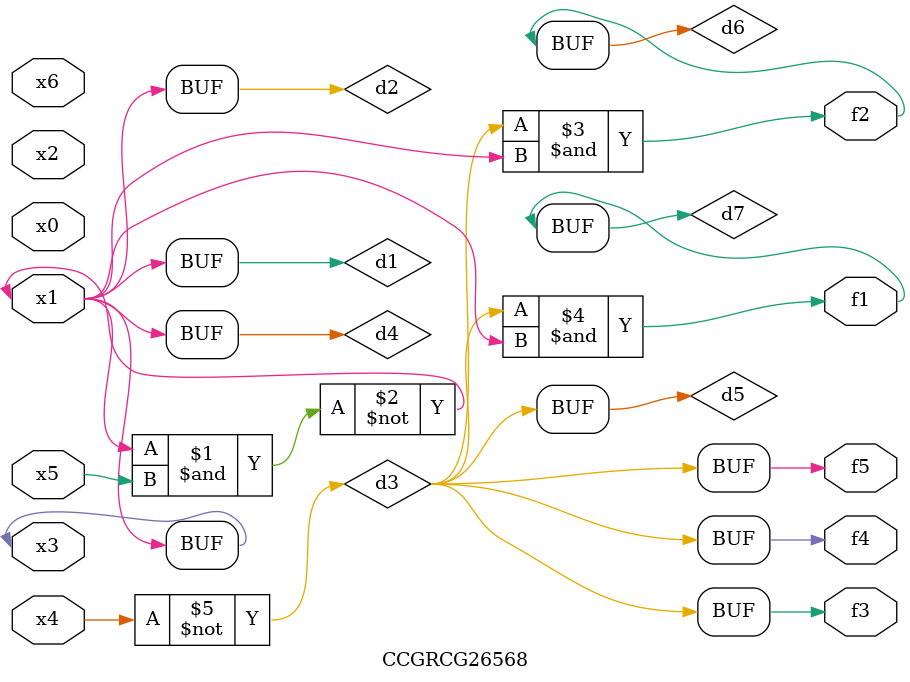
<source format=v>
module CCGRCG26568(
	input x0, x1, x2, x3, x4, x5, x6,
	output f1, f2, f3, f4, f5
);

	wire d1, d2, d3, d4, d5, d6, d7;

	buf (d1, x1, x3);
	nand (d2, x1, x5);
	not (d3, x4);
	buf (d4, d1, d2);
	buf (d5, d3);
	and (d6, d3, d4);
	and (d7, d3, d4);
	assign f1 = d7;
	assign f2 = d6;
	assign f3 = d5;
	assign f4 = d5;
	assign f5 = d5;
endmodule

</source>
